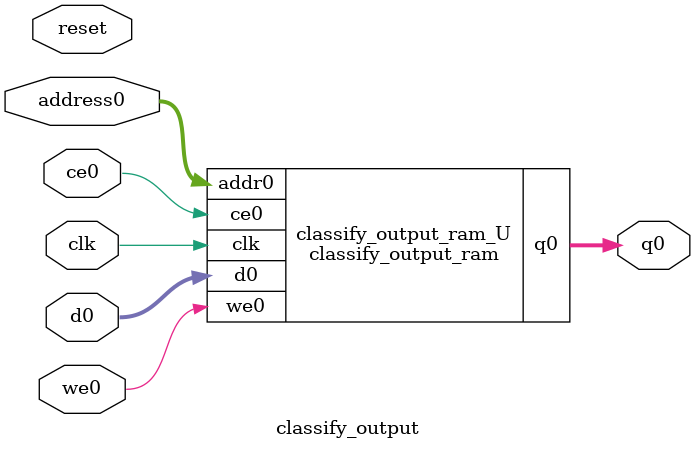
<source format=v>

`timescale 1 ns / 1 ps
module classify_output_ram (addr0, ce0, d0, we0, q0,  clk);

parameter DWIDTH = 32;
parameter AWIDTH = 4;
parameter MEM_SIZE = 10;

input[AWIDTH-1:0] addr0;
input ce0;
input[DWIDTH-1:0] d0;
input we0;
output reg[DWIDTH-1:0] q0;
input clk;

(* ram_style = "distributed" *)reg [DWIDTH-1:0] ram[0:MEM_SIZE-1];




always @(posedge clk)  
begin 
    if (ce0) 
    begin
        if (we0) 
        begin 
            ram[addr0] <= d0; 
            q0 <= d0;
        end 
        else 
            q0 <= ram[addr0];
    end
end


endmodule


`timescale 1 ns / 1 ps
module classify_output(
    reset,
    clk,
    address0,
    ce0,
    we0,
    d0,
    q0);

parameter DataWidth = 32'd32;
parameter AddressRange = 32'd10;
parameter AddressWidth = 32'd4;
input reset;
input clk;
input[AddressWidth - 1:0] address0;
input ce0;
input we0;
input[DataWidth - 1:0] d0;
output[DataWidth - 1:0] q0;



classify_output_ram classify_output_ram_U(
    .clk( clk ),
    .addr0( address0 ),
    .ce0( ce0 ),
    .d0( d0 ),
    .we0( we0 ),
    .q0( q0 ));

endmodule


</source>
